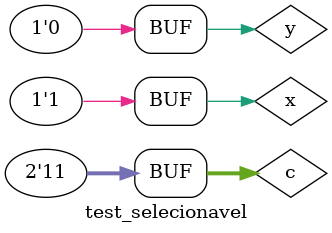
<source format=v>

	module selecionavel (output [0:0]saida_or, output [0:0]saida_nor, output [0:0]saida_xor, output [0:0]saida_xnor, output [1:0]saida_not, output [1:0]s1, 
								output [1:0]s2, output [0:0]saida0, output [0:0]saida1,output [1:0]saidaF,output [0:0]saidaMain, input [0:0]entrada1, input [0:0]entrada2, input [1:0]chave);
		
		
		//---OR		 
		or XNOR1(saida_or[0], entrada1[0], entrada2[0]);
			//---OR	
		nor NOR1(saida_nor[0], entrada1[0], entrada2[0]);
 //---XOR				
		xor XOR1(saida_xor[0], entrada1[0], entrada2[0]);
			//---OR	
		xnor OR1(saida_xnor[0], entrada1[0], entrada2[0]);
				//---NOT		 
		not NOT1(saida_not[0], chave[0]); 
	//---AND		 
		and AND1(s1[0], saida_or[0], saida_not[0]);
			//---AND		
		and AND5(s1[1], saida_nor[0], chave[0]);
	
	//---AND			 
		and AND9(s2[0], saida_xor[0], saida_not[0]);
			//---AND		
		and AND13(s2[1], saida_xnor[0], chave[0]);
			//---OR		 
		or OR1(saida0[0], s1[0], s1[1]);
			//---OR		 
		or OR5(saida1[0], s2[0], s2[1]);
		not NOT2(saida_not[1],chave[1]);
		
		and AND15(saidaF[0],saida0[0],saida_not[1]);
		and AND16(saidaF[1],saida1[0],chave[1]);
		
	   or OR10(saidaMain[0],saidaF[0],saidaF[1]);
		
		
		
		
		endmodule //selecionavel

// ------------------------- 
// -- test selecionavel
// -------------------------
	 module test_selecionavel; 
// ------------------------- definir dados 
		reg  [0:0] x;
		reg  [0:0] y;
		reg  [1:0] c;
			 
		wire [0:0] w;
		wire [0:0] k;
		wire [0:0] t;
		wire [0:0] z;
		wire [1:0] a;
		wire [1:0] h;
		wire [1:0] p;
		wire [1:0] q;
		wire [0:0] r;
		wire [0:0] s0;
		wire [0:0] s1;
		
		selecionavel modulo (w, k, t, z, a, h, p, s0, s1,q,r ,x ,y , c);
	  
// ------------------------- parte principal 
	 initial begin
		$display("Exemplo0034 - Fernando dos Santos Silva - 414506");
      $display("Test LU's module:\n");
      #1 x = 1'b1; y = 1'b0; c = 2'b00;
		$monitor("%2b %1b %1b %2b", c, x, y,r);
		#1 x = 1'b1; y = 1'b0; c = 2'b01;
		
		#1 x = 1'b1; y = 1'b0; c = 2'b10;
		#1 x = 1'b1; y = 1'b0; c = 2'b11;
		
			 end
	endmodule // test_selecionavel
</source>
